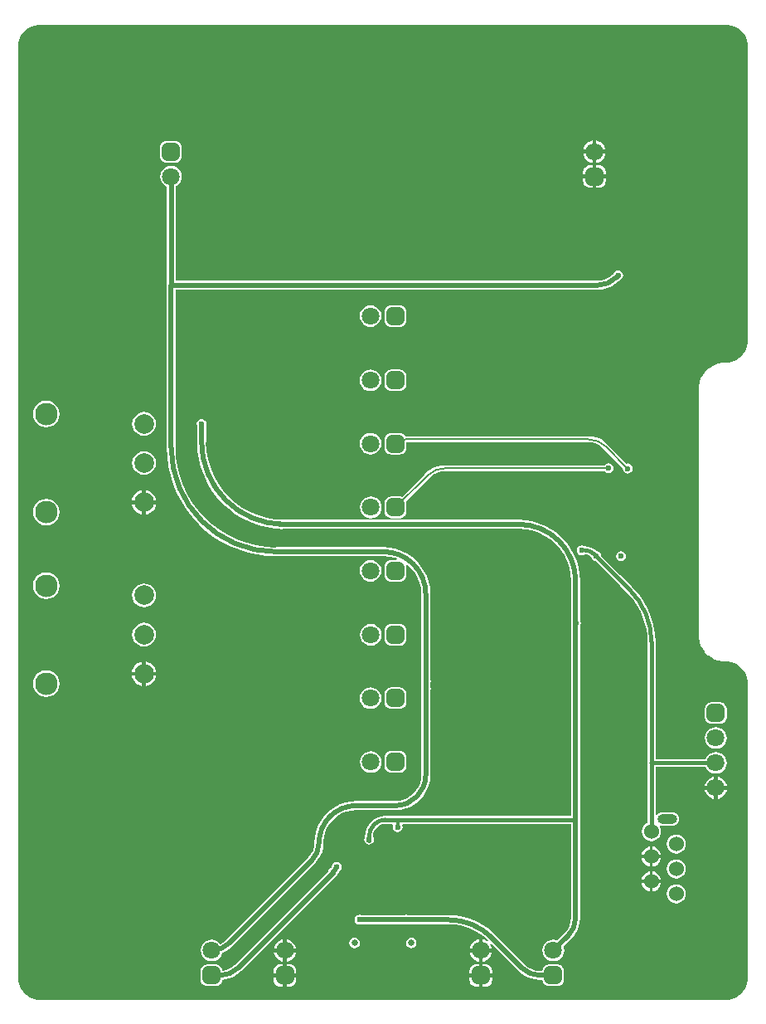
<source format=gbl>
G04*
G04 #@! TF.GenerationSoftware,Altium Limited,Altium Designer,19.1.8 (144)*
G04*
G04 Layer_Physical_Order=2*
G04 Layer_Color=16711680*
%FSLAX25Y25*%
%MOIN*%
G70*
G01*
G75*
%ADD12C,0.00787*%
%ADD13C,0.01181*%
%ADD35C,0.07480*%
%ADD44C,0.01968*%
%ADD45C,0.01575*%
%ADD54C,0.07874*%
%ADD62O,0.07874X0.03937*%
%ADD63C,0.06000*%
%ADD64C,0.07087*%
G04:AMPARAMS|DCode=65|XSize=70.87mil|YSize=70.87mil|CornerRadius=17.72mil|HoleSize=0mil|Usage=FLASHONLY|Rotation=180.000|XOffset=0mil|YOffset=0mil|HoleType=Round|Shape=RoundedRectangle|*
%AMROUNDEDRECTD65*
21,1,0.07087,0.03543,0,0,180.0*
21,1,0.03543,0.07087,0,0,180.0*
1,1,0.03543,-0.01772,0.01772*
1,1,0.03543,0.01772,0.01772*
1,1,0.03543,0.01772,-0.01772*
1,1,0.03543,-0.01772,-0.01772*
%
%ADD65ROUNDEDRECTD65*%
G04:AMPARAMS|DCode=66|XSize=70.87mil|YSize=70.87mil|CornerRadius=17.72mil|HoleSize=0mil|Usage=FLASHONLY|Rotation=270.000|XOffset=0mil|YOffset=0mil|HoleType=Round|Shape=RoundedRectangle|*
%AMROUNDEDRECTD66*
21,1,0.07087,0.03543,0,0,270.0*
21,1,0.03543,0.07087,0,0,270.0*
1,1,0.03543,-0.01772,-0.01772*
1,1,0.03543,-0.01772,0.01772*
1,1,0.03543,0.01772,0.01772*
1,1,0.03543,0.01772,-0.01772*
%
%ADD66ROUNDEDRECTD66*%
%ADD67C,0.02559*%
%ADD68C,0.16535*%
%ADD69C,0.28347*%
%ADD70C,0.09055*%
%ADD71C,0.02362*%
G36*
X140374Y195507D02*
X141982Y194841D01*
X143430Y193874D01*
X144661Y192642D01*
X145628Y191195D01*
X146295Y189586D01*
X146634Y187878D01*
X146634Y187008D01*
X146634Y68898D01*
Y68027D01*
X146295Y66319D01*
X145628Y64711D01*
X144661Y63263D01*
X143430Y62032D01*
X141982Y61065D01*
X140374Y60398D01*
X138666Y60059D01*
X137795Y60058D01*
X137771Y60054D01*
X137746Y60057D01*
X136781Y60010D01*
X136709Y59992D01*
X136635D01*
X134742Y59615D01*
X134651Y59578D01*
X134554Y59558D01*
X132772Y58820D01*
X132689Y58765D01*
X132598Y58727D01*
X130994Y57655D01*
X130924Y57585D01*
X130842Y57530D01*
X129477Y56166D01*
X129422Y56084D01*
X129352Y56014D01*
X128280Y54410D01*
X128243Y54318D01*
X128188Y54236D01*
X127449Y52454D01*
X127430Y52357D01*
X127392Y52265D01*
X127016Y50373D01*
Y50299D01*
X126998Y50226D01*
X126951Y49262D01*
X126954Y49237D01*
X126949Y49213D01*
X126949Y-49213D01*
X126954Y-49237D01*
X126950Y-49262D01*
X126998Y-50226D01*
X127016Y-50299D01*
Y-50373D01*
X127392Y-52266D01*
X127430Y-52357D01*
X127449Y-52454D01*
X128188Y-54236D01*
X128243Y-54318D01*
X128280Y-54410D01*
X129352Y-56014D01*
X129422Y-56084D01*
X129477Y-56166D01*
X130842Y-57530D01*
X130924Y-57586D01*
X130994Y-57655D01*
X132598Y-58727D01*
X132689Y-58765D01*
X132772Y-58820D01*
X134554Y-59558D01*
X134651Y-59578D01*
X134742Y-59615D01*
X136635Y-59992D01*
X136709D01*
X136781Y-60010D01*
X137746Y-60057D01*
X137771Y-60054D01*
X137795Y-60059D01*
X138666D01*
X140374Y-60398D01*
X141982Y-61065D01*
X143430Y-62032D01*
X144661Y-63263D01*
X145628Y-64711D01*
X146295Y-66320D01*
X146634Y-68027D01*
X146634Y-68897D01*
X146634Y-68897D01*
X146634Y-68898D01*
X146634Y-187008D01*
Y-187879D01*
X146295Y-189586D01*
X145628Y-191195D01*
X144661Y-192643D01*
X143430Y-193874D01*
X141982Y-194841D01*
X140374Y-195507D01*
X138666Y-195847D01*
X137795Y-195847D01*
X-137795D01*
X-138666Y-195847D01*
X-140374Y-195507D01*
X-141982Y-194841D01*
X-143430Y-193874D01*
X-144661Y-192643D01*
X-145628Y-191195D01*
X-146295Y-189586D01*
X-146634Y-187879D01*
X-146634Y-187008D01*
X-146634Y187008D01*
Y187878D01*
X-146295Y189586D01*
X-145628Y191195D01*
X-144661Y192642D01*
X-143430Y193874D01*
X-141982Y194841D01*
X-140374Y195507D01*
X-138666Y195847D01*
X138666D01*
X140374Y195507D01*
D02*
G37*
%LPC*%
G36*
X85827Y149227D02*
Y145551D01*
X89502D01*
X89450Y145946D01*
X88994Y147047D01*
X88269Y147993D01*
X87323Y148719D01*
X86221Y149175D01*
X85827Y149227D01*
D02*
G37*
G36*
X84252Y149227D02*
X83857Y149175D01*
X82756Y148719D01*
X81810Y147993D01*
X81085Y147047D01*
X80628Y145946D01*
X80576Y145551D01*
X84252D01*
Y149227D01*
D02*
G37*
G36*
X-83465Y149117D02*
X-87008D01*
X-87676Y149029D01*
X-88298Y148771D01*
X-88833Y148361D01*
X-89243Y147826D01*
X-89501Y147204D01*
X-89589Y146535D01*
Y142992D01*
X-89501Y142324D01*
X-89243Y141702D01*
X-88833Y141167D01*
X-88298Y140757D01*
X-87676Y140499D01*
X-87008Y140411D01*
X-83465D01*
X-82797Y140499D01*
X-82174Y140757D01*
X-81639Y141167D01*
X-81229Y141702D01*
X-80971Y142324D01*
X-80883Y142992D01*
Y146535D01*
X-80971Y147204D01*
X-81229Y147826D01*
X-81639Y148361D01*
X-82174Y148771D01*
X-82797Y149029D01*
X-83465Y149117D01*
D02*
G37*
G36*
X89502Y143976D02*
X85827D01*
Y140301D01*
X86221Y140353D01*
X87323Y140809D01*
X88269Y141535D01*
X88994Y142481D01*
X89450Y143582D01*
X89502Y143976D01*
D02*
G37*
G36*
X84252D02*
X80576D01*
X80628Y143582D01*
X81085Y142481D01*
X81810Y141535D01*
X82756Y140809D01*
X83857Y140353D01*
X84252Y140301D01*
Y143976D01*
D02*
G37*
G36*
X86811Y139315D02*
X85827D01*
Y135551D01*
X89591D01*
Y136535D01*
X89496Y137255D01*
X89218Y137925D01*
X88776Y138501D01*
X88201Y138943D01*
X87530Y139220D01*
X86811Y139315D01*
D02*
G37*
G36*
X84252D02*
X83268D01*
X82548Y139220D01*
X81878Y138943D01*
X81302Y138501D01*
X80861Y137925D01*
X80583Y137255D01*
X80488Y136535D01*
Y135551D01*
X84252D01*
Y139315D01*
D02*
G37*
G36*
X89591Y133976D02*
X85827D01*
Y130212D01*
X86811D01*
X87530Y130307D01*
X88201Y130585D01*
X88776Y131027D01*
X89218Y131602D01*
X89496Y132273D01*
X89591Y132992D01*
Y133976D01*
D02*
G37*
G36*
X84252D02*
X80488D01*
Y132992D01*
X80583Y132273D01*
X80861Y131602D01*
X81302Y131027D01*
X81878Y130585D01*
X82548Y130307D01*
X83268Y130212D01*
X84252D01*
Y133976D01*
D02*
G37*
G36*
X-85236Y139132D02*
X-86367Y138983D01*
X-87420Y138547D01*
X-88325Y137853D01*
X-89019Y136948D01*
X-89455Y135894D01*
X-89604Y134764D01*
X-89455Y133633D01*
X-89019Y132580D01*
X-88325Y131675D01*
X-87420Y130981D01*
X-86846Y130743D01*
Y91982D01*
X-86894Y91910D01*
X-87046Y91142D01*
X-86944Y90627D01*
Y26142D01*
X-86951D01*
X-86784Y22316D01*
X-86284Y18519D01*
X-85455Y14780D01*
X-84304Y11127D01*
X-82838Y7589D01*
X-81070Y4192D01*
X-79012Y962D01*
X-76680Y-2077D01*
X-74093Y-4900D01*
X-71269Y-7488D01*
X-68231Y-9819D01*
X-65001Y-11877D01*
X-61604Y-13645D01*
X-58066Y-15111D01*
X-54413Y-16263D01*
X-50674Y-17092D01*
X-46877Y-17592D01*
X-43051Y-17759D01*
Y-17751D01*
X258D01*
X371Y-17729D01*
X2634Y-17907D01*
X4952Y-18463D01*
X5623Y-18741D01*
X5523Y-19241D01*
X3228D01*
X2560Y-19329D01*
X1938Y-19587D01*
X1403Y-19997D01*
X993Y-20532D01*
X735Y-21154D01*
X647Y-21822D01*
Y-25366D01*
X735Y-26034D01*
X993Y-26656D01*
X1403Y-27191D01*
X1938Y-27601D01*
X2560Y-27859D01*
X3228Y-27947D01*
X6772D01*
X7440Y-27859D01*
X8062Y-27601D01*
X8597Y-27191D01*
X9007Y-26656D01*
X9265Y-26034D01*
X9353Y-25366D01*
Y-21822D01*
X9293Y-21369D01*
X9764Y-21114D01*
X11000Y-22170D01*
X12548Y-23982D01*
X13794Y-26015D01*
X14706Y-28217D01*
X15262Y-30535D01*
X15441Y-32798D01*
X15418Y-32912D01*
Y-67074D01*
X15370Y-67145D01*
X15217Y-67913D01*
X15370Y-68682D01*
X15418Y-68753D01*
Y-70125D01*
X15370Y-70196D01*
X15217Y-70965D01*
X15370Y-71733D01*
X15418Y-71804D01*
Y-105648D01*
X15430Y-105710D01*
X15306Y-107287D01*
X14922Y-108885D01*
X14293Y-110404D01*
X13434Y-111806D01*
X12367Y-113056D01*
X11117Y-114123D01*
X9715Y-114982D01*
X8196Y-115611D01*
X6598Y-115995D01*
X5020Y-116119D01*
X4959Y-116107D01*
X-10737D01*
Y-116106D01*
X-12924Y-116249D01*
X-15074Y-116677D01*
X-17150Y-117382D01*
X-19117Y-118351D01*
X-20939Y-119569D01*
X-22588Y-121015D01*
X-24033Y-122663D01*
X-25251Y-124486D01*
X-26221Y-126452D01*
X-26925Y-128528D01*
X-27353Y-130678D01*
X-27496Y-132866D01*
X-27496D01*
X-27519Y-133356D01*
X-27629Y-134469D01*
X-28097Y-136011D01*
X-28856Y-137431D01*
X-29826Y-138613D01*
X-29895Y-138660D01*
X-63154Y-171919D01*
X-63199Y-171986D01*
X-64370Y-172946D01*
X-65427Y-173512D01*
X-65809Y-173014D01*
X-66714Y-172319D01*
X-67767Y-171883D01*
X-68898Y-171734D01*
X-70028Y-171883D01*
X-71082Y-172319D01*
X-71986Y-173014D01*
X-72680Y-173918D01*
X-73117Y-174972D01*
X-73266Y-176102D01*
X-73117Y-177233D01*
X-72680Y-178286D01*
X-71986Y-179191D01*
X-71082Y-179885D01*
X-70028Y-180322D01*
X-68898Y-180470D01*
X-67767Y-180322D01*
X-66714Y-179885D01*
X-65809Y-179191D01*
X-65115Y-178286D01*
X-64678Y-177233D01*
X-64659Y-177083D01*
X-63568Y-176631D01*
X-61997Y-175668D01*
X-60599Y-174475D01*
X-60600Y-174474D01*
X-60600Y-174473D01*
X-27341Y-141214D01*
X-27339Y-141215D01*
X-26136Y-139806D01*
X-25168Y-138226D01*
X-24459Y-136515D01*
X-24026Y-134713D01*
X-23881Y-132866D01*
X-23881D01*
X-23869Y-132371D01*
X-23746Y-130805D01*
X-23263Y-128796D01*
X-22472Y-126886D01*
X-21392Y-125124D01*
X-20050Y-123552D01*
X-18478Y-122210D01*
X-16716Y-121130D01*
X-14807Y-120339D01*
X-12797Y-119857D01*
X-10828Y-119702D01*
X-10737Y-119720D01*
X4959D01*
Y-119728D01*
X7162Y-119555D01*
X9310Y-119039D01*
X11351Y-118194D01*
X13235Y-117039D01*
X14916Y-115604D01*
X16350Y-113924D01*
X17505Y-112040D01*
X18350Y-109999D01*
X18866Y-107851D01*
X19039Y-105648D01*
X19031D01*
Y-71804D01*
X19079Y-71733D01*
X19231Y-70965D01*
X19079Y-70196D01*
X19031Y-70125D01*
Y-68753D01*
X19079Y-68682D01*
X19231Y-67913D01*
X19079Y-67145D01*
X19031Y-67074D01*
Y-32912D01*
X19036D01*
X18876Y-30461D01*
X18396Y-28052D01*
X17607Y-25726D01*
X16520Y-23523D01*
X15156Y-21480D01*
X13536Y-19633D01*
X11689Y-18014D01*
X9647Y-16649D01*
X7444Y-15563D01*
X5118Y-14773D01*
X2709Y-14294D01*
X258Y-14133D01*
Y-14139D01*
X-43051D01*
X-43185Y-14165D01*
X-47002Y-13978D01*
X-50916Y-13397D01*
X-54753Y-12436D01*
X-58478Y-11103D01*
X-62055Y-9412D01*
X-65448Y-7378D01*
X-68626Y-5021D01*
X-71557Y-2364D01*
X-74214Y567D01*
X-76571Y3745D01*
X-78605Y7138D01*
X-80296Y10714D01*
X-81629Y14439D01*
X-82590Y18277D01*
X-83171Y22190D01*
X-83358Y26008D01*
X-83331Y26142D01*
Y89335D01*
X86507D01*
Y89334D01*
X88355Y89479D01*
X90156Y89912D01*
X91868Y90621D01*
X93448Y91589D01*
X94857Y92792D01*
X94856Y92793D01*
X95270Y93208D01*
X95355Y93225D01*
X96006Y93660D01*
X96441Y94311D01*
X96594Y95079D01*
X96441Y95847D01*
X96006Y96498D01*
X95355Y96933D01*
X94587Y97086D01*
X93818Y96933D01*
X93167Y96498D01*
X92732Y95847D01*
X92716Y95762D01*
X92301Y95348D01*
X92255Y95279D01*
X91073Y94309D01*
X89652Y93549D01*
X88111Y93082D01*
X86589Y92932D01*
X86507Y92948D01*
X-83233D01*
Y130906D01*
X-83052Y130981D01*
X-82148Y131675D01*
X-81453Y132580D01*
X-81017Y133633D01*
X-80868Y134764D01*
X-81017Y135894D01*
X-81453Y136948D01*
X-82148Y137853D01*
X-83052Y138547D01*
X-84106Y138983D01*
X-85236Y139132D01*
D02*
G37*
G36*
X6772Y83093D02*
X3228D01*
X2560Y83005D01*
X1938Y82747D01*
X1403Y82337D01*
X993Y81802D01*
X735Y81180D01*
X647Y80512D01*
Y76968D01*
X735Y76301D01*
X993Y75678D01*
X1403Y75143D01*
X1938Y74733D01*
X2560Y74475D01*
X3228Y74387D01*
X6772D01*
X7440Y74475D01*
X8062Y74733D01*
X8597Y75143D01*
X9007Y75678D01*
X9265Y76301D01*
X9353Y76968D01*
Y80512D01*
X9265Y81180D01*
X9007Y81802D01*
X8597Y82337D01*
X8062Y82747D01*
X7440Y83005D01*
X6772Y83093D01*
D02*
G37*
G36*
X-5000Y83108D02*
X-6131Y82959D01*
X-7184Y82523D01*
X-8089Y81829D01*
X-8783Y80924D01*
X-9219Y79871D01*
X-9368Y78740D01*
X-9219Y77610D01*
X-8783Y76556D01*
X-8089Y75652D01*
X-7184Y74957D01*
X-6131Y74521D01*
X-5000Y74372D01*
X-3870Y74521D01*
X-2816Y74957D01*
X-1911Y75652D01*
X-1217Y76556D01*
X-781Y77610D01*
X-632Y78740D01*
X-781Y79871D01*
X-1217Y80924D01*
X-1911Y81829D01*
X-2816Y82523D01*
X-3870Y82959D01*
X-5000Y83108D01*
D02*
G37*
G36*
X6772Y57277D02*
X3228D01*
X2560Y57189D01*
X1938Y56932D01*
X1403Y56521D01*
X993Y55987D01*
X735Y55364D01*
X647Y54696D01*
Y51153D01*
X735Y50485D01*
X993Y49862D01*
X1403Y49328D01*
X1938Y48918D01*
X2560Y48660D01*
X3228Y48572D01*
X6772D01*
X7440Y48660D01*
X8062Y48918D01*
X8597Y49328D01*
X9007Y49862D01*
X9265Y50485D01*
X9353Y51153D01*
Y54696D01*
X9265Y55364D01*
X9007Y55987D01*
X8597Y56521D01*
X8062Y56932D01*
X7440Y57189D01*
X6772Y57277D01*
D02*
G37*
G36*
X-5000Y57293D02*
X-6131Y57144D01*
X-7184Y56707D01*
X-8089Y56013D01*
X-8783Y55109D01*
X-9219Y54055D01*
X-9368Y52925D01*
X-9219Y51794D01*
X-8783Y50740D01*
X-8089Y49836D01*
X-7184Y49142D01*
X-6131Y48705D01*
X-5000Y48557D01*
X-3870Y48705D01*
X-2816Y49142D01*
X-1911Y49836D01*
X-1217Y50740D01*
X-781Y51794D01*
X-632Y52925D01*
X-781Y54055D01*
X-1217Y55109D01*
X-1911Y56013D01*
X-2816Y56707D01*
X-3870Y57144D01*
X-5000Y57293D01*
D02*
G37*
G36*
X-135433Y44731D02*
X-136821Y44548D01*
X-138113Y44013D01*
X-139224Y43161D01*
X-140076Y42051D01*
X-140611Y40758D01*
X-140794Y39370D01*
X-140611Y37983D01*
X-140076Y36690D01*
X-139224Y35580D01*
X-138113Y34728D01*
X-136821Y34192D01*
X-135433Y34009D01*
X-134046Y34192D01*
X-132753Y34728D01*
X-131642Y35580D01*
X-130790Y36690D01*
X-130255Y37983D01*
X-130072Y39370D01*
X-130255Y40758D01*
X-130790Y42051D01*
X-131642Y43161D01*
X-132753Y44013D01*
X-134046Y44548D01*
X-135433Y44731D01*
D02*
G37*
G36*
X-96063Y40198D02*
X-97296Y40036D01*
X-98446Y39560D01*
X-99432Y38803D01*
X-100190Y37816D01*
X-100666Y36667D01*
X-100828Y35433D01*
X-100666Y34200D01*
X-100190Y33051D01*
X-99432Y32064D01*
X-98446Y31306D01*
X-97296Y30830D01*
X-96063Y30668D01*
X-94830Y30830D01*
X-93680Y31306D01*
X-92694Y32064D01*
X-91936Y33051D01*
X-91460Y34200D01*
X-91298Y35433D01*
X-91460Y36667D01*
X-91936Y37816D01*
X-92694Y38803D01*
X-93680Y39560D01*
X-94830Y40036D01*
X-96063Y40198D01*
D02*
G37*
G36*
X-5000Y31829D02*
X-6131Y31680D01*
X-7184Y31244D01*
X-8089Y30549D01*
X-8783Y29645D01*
X-9219Y28591D01*
X-9368Y27461D01*
X-9219Y26330D01*
X-8783Y25277D01*
X-8089Y24372D01*
X-7184Y23678D01*
X-6131Y23241D01*
X-5000Y23093D01*
X-3870Y23241D01*
X-2816Y23678D01*
X-1911Y24372D01*
X-1217Y25277D01*
X-781Y26330D01*
X-632Y27461D01*
X-781Y28591D01*
X-1217Y29645D01*
X-1911Y30549D01*
X-2816Y31244D01*
X-3870Y31680D01*
X-5000Y31829D01*
D02*
G37*
G36*
X90748Y19625D02*
X89980Y19472D01*
X89329Y19037D01*
X89185Y18822D01*
X25008D01*
Y18834D01*
X23254Y18696D01*
X21542Y18285D01*
X19916Y17611D01*
X18416Y16692D01*
X17077Y15549D01*
X17077Y15549D01*
X16732Y15187D01*
X7644Y6099D01*
X7558Y6135D01*
X6890Y6223D01*
X3347D01*
X2678Y6135D01*
X2056Y5877D01*
X1521Y5467D01*
X1111Y4932D01*
X853Y4310D01*
X765Y3642D01*
Y99D01*
X853Y-570D01*
X1111Y-1192D01*
X1521Y-1727D01*
X2056Y-2137D01*
X2678Y-2395D01*
X3347Y-2483D01*
X6890D01*
X7558Y-2395D01*
X8180Y-2137D01*
X8715Y-1727D01*
X9125Y-1192D01*
X9383Y-570D01*
X9471Y99D01*
Y3642D01*
X9383Y4310D01*
X9347Y4396D01*
X18789Y13838D01*
X18789Y13838D01*
X19156Y14159D01*
X20113Y14944D01*
X21636Y15759D01*
X23289Y16260D01*
X24956Y16424D01*
X25008Y16414D01*
X89185D01*
X89329Y16199D01*
X89980Y15764D01*
X90748Y15611D01*
X91516Y15764D01*
X92167Y16199D01*
X92602Y16850D01*
X92755Y17618D01*
X92602Y18386D01*
X92167Y19037D01*
X91516Y19472D01*
X90748Y19625D01*
D02*
G37*
G36*
X6772Y31813D02*
X3228D01*
X2560Y31725D01*
X1938Y31468D01*
X1403Y31057D01*
X993Y30523D01*
X735Y29900D01*
X647Y29232D01*
Y25689D01*
X735Y25021D01*
X993Y24398D01*
X1403Y23864D01*
X1938Y23454D01*
X2560Y23196D01*
X3228Y23108D01*
X6772D01*
X7440Y23196D01*
X8062Y23454D01*
X8597Y23864D01*
X9007Y24398D01*
X9265Y25021D01*
X9353Y25689D01*
Y28028D01*
X82570D01*
X82623Y28038D01*
X84289Y27874D01*
X85942Y27373D01*
X87466Y26559D01*
X88760Y25496D01*
X88790Y25452D01*
X96469Y17773D01*
X96418Y17520D01*
X96571Y16752D01*
X97006Y16101D01*
X97657Y15665D01*
X98425Y15513D01*
X99193Y15665D01*
X99844Y16101D01*
X100279Y16752D01*
X100432Y17520D01*
X100279Y18288D01*
X99844Y18939D01*
X99193Y19374D01*
X98425Y19527D01*
X98172Y19476D01*
X90493Y27155D01*
X90501Y27163D01*
X89163Y28306D01*
X87662Y29226D01*
X86036Y29899D01*
X84325Y30310D01*
X82570Y30448D01*
Y30437D01*
X9277D01*
Y30448D01*
X9047Y30426D01*
X9007Y30523D01*
X8597Y31057D01*
X8062Y31468D01*
X7440Y31725D01*
X6772Y31813D01*
D02*
G37*
G36*
X-96063Y24450D02*
X-97296Y24288D01*
X-98446Y23812D01*
X-99432Y23055D01*
X-100190Y22068D01*
X-100666Y20919D01*
X-100828Y19685D01*
X-100666Y18452D01*
X-100190Y17303D01*
X-99432Y16316D01*
X-98446Y15558D01*
X-97296Y15082D01*
X-96063Y14920D01*
X-94830Y15082D01*
X-93680Y15558D01*
X-92694Y16316D01*
X-91936Y17303D01*
X-91460Y18452D01*
X-91298Y19685D01*
X-91460Y20919D01*
X-91936Y22068D01*
X-92694Y23055D01*
X-93680Y23812D01*
X-94830Y24288D01*
X-96063Y24450D01*
D02*
G37*
G36*
X-95275Y8797D02*
Y4725D01*
X-91203D01*
X-91268Y5222D01*
X-91764Y6419D01*
X-92553Y7447D01*
X-93581Y8236D01*
X-94778Y8732D01*
X-95275Y8797D01*
D02*
G37*
G36*
X-96850Y8797D02*
X-97348Y8732D01*
X-98545Y8236D01*
X-99573Y7447D01*
X-100362Y6419D01*
X-100858Y5222D01*
X-100923Y4725D01*
X-96850D01*
Y8797D01*
D02*
G37*
G36*
X-91203Y3150D02*
X-95275D01*
Y-923D01*
X-94778Y-857D01*
X-93581Y-362D01*
X-92553Y427D01*
X-91764Y1455D01*
X-91268Y2653D01*
X-91203Y3150D01*
D02*
G37*
G36*
X-96850D02*
X-100923D01*
X-100858Y2653D01*
X-100362Y1455D01*
X-99573Y427D01*
X-98545Y-362D01*
X-97348Y-857D01*
X-96850Y-923D01*
Y3150D01*
D02*
G37*
G36*
X-4882Y6238D02*
X-6012Y6089D01*
X-7066Y5653D01*
X-7971Y4959D01*
X-8665Y4054D01*
X-9101Y3001D01*
X-9250Y1870D01*
X-9101Y740D01*
X-8665Y-314D01*
X-7971Y-1218D01*
X-7066Y-1913D01*
X-6012Y-2349D01*
X-4882Y-2498D01*
X-3751Y-2349D01*
X-2698Y-1913D01*
X-1793Y-1218D01*
X-1099Y-314D01*
X-663Y740D01*
X-514Y1870D01*
X-663Y3001D01*
X-1099Y4054D01*
X-1793Y4959D01*
X-2698Y5653D01*
X-3751Y6089D01*
X-4882Y6238D01*
D02*
G37*
G36*
X-135433Y5361D02*
X-136821Y5178D01*
X-138113Y4643D01*
X-139224Y3791D01*
X-140076Y2681D01*
X-140611Y1388D01*
X-140794Y0D01*
X-140611Y-1387D01*
X-140076Y-2680D01*
X-139224Y-3791D01*
X-138113Y-4642D01*
X-136821Y-5178D01*
X-135433Y-5361D01*
X-134046Y-5178D01*
X-132753Y-4642D01*
X-131642Y-3791D01*
X-130790Y-2680D01*
X-130255Y-1387D01*
X-130072Y0D01*
X-130255Y1388D01*
X-130790Y2681D01*
X-131642Y3791D01*
X-132753Y4643D01*
X-134046Y5178D01*
X-135433Y5361D01*
D02*
G37*
G36*
X95768Y-15710D02*
X95000Y-15862D01*
X94349Y-16297D01*
X93913Y-16949D01*
X93761Y-17717D01*
X93913Y-18485D01*
X94349Y-19136D01*
X95000Y-19571D01*
X95768Y-19724D01*
X96536Y-19571D01*
X97187Y-19136D01*
X97622Y-18485D01*
X97775Y-17717D01*
X97622Y-16949D01*
X97187Y-16297D01*
X96536Y-15862D01*
X95768Y-15710D01*
D02*
G37*
G36*
X-5000Y-19226D02*
X-6131Y-19375D01*
X-7184Y-19811D01*
X-8089Y-20505D01*
X-8783Y-21410D01*
X-9219Y-22463D01*
X-9368Y-23594D01*
X-9219Y-24724D01*
X-8783Y-25778D01*
X-8089Y-26683D01*
X-7184Y-27377D01*
X-6131Y-27813D01*
X-5000Y-27962D01*
X-3869Y-27813D01*
X-2816Y-27377D01*
X-1911Y-26683D01*
X-1217Y-25778D01*
X-781Y-24724D01*
X-632Y-23594D01*
X-781Y-22463D01*
X-1217Y-21410D01*
X-1911Y-20505D01*
X-2816Y-19811D01*
X-3869Y-19375D01*
X-5000Y-19226D01*
D02*
G37*
G36*
X-135433Y-24167D02*
X-136821Y-24349D01*
X-138113Y-24885D01*
X-139224Y-25737D01*
X-140076Y-26847D01*
X-140611Y-28140D01*
X-140794Y-29527D01*
X-140611Y-30915D01*
X-140076Y-32208D01*
X-139224Y-33318D01*
X-138113Y-34170D01*
X-136821Y-34705D01*
X-135433Y-34888D01*
X-134046Y-34705D01*
X-132753Y-34170D01*
X-131642Y-33318D01*
X-130790Y-32208D01*
X-130255Y-30915D01*
X-130072Y-29527D01*
X-130255Y-28140D01*
X-130790Y-26847D01*
X-131642Y-25737D01*
X-132753Y-24885D01*
X-134046Y-24349D01*
X-135433Y-24167D01*
D02*
G37*
G36*
X-96063Y-28699D02*
X-97296Y-28862D01*
X-98446Y-29338D01*
X-99432Y-30095D01*
X-100190Y-31082D01*
X-100666Y-32231D01*
X-100828Y-33464D01*
X-100666Y-34698D01*
X-100190Y-35847D01*
X-99432Y-36834D01*
X-98446Y-37591D01*
X-97296Y-38067D01*
X-96063Y-38230D01*
X-94830Y-38067D01*
X-93680Y-37591D01*
X-92694Y-36834D01*
X-91936Y-35847D01*
X-91460Y-34698D01*
X-91298Y-33464D01*
X-91460Y-32231D01*
X-91936Y-31082D01*
X-92694Y-30095D01*
X-93680Y-29338D01*
X-94830Y-28862D01*
X-96063Y-28699D01*
D02*
G37*
G36*
X6870Y-44972D02*
X3327D01*
X2659Y-45060D01*
X2036Y-45318D01*
X1502Y-45728D01*
X1091Y-46263D01*
X834Y-46885D01*
X746Y-47554D01*
Y-51097D01*
X834Y-51765D01*
X1091Y-52387D01*
X1502Y-52922D01*
X2036Y-53332D01*
X2659Y-53590D01*
X3327Y-53678D01*
X6870D01*
X7538Y-53590D01*
X8161Y-53332D01*
X8695Y-52922D01*
X9105Y-52387D01*
X9363Y-51765D01*
X9451Y-51097D01*
Y-47554D01*
X9363Y-46885D01*
X9105Y-46263D01*
X8695Y-45728D01*
X8161Y-45318D01*
X7538Y-45060D01*
X6870Y-44972D01*
D02*
G37*
G36*
X-4902Y-44957D02*
X-6032Y-45106D01*
X-7086Y-45542D01*
X-7990Y-46236D01*
X-8684Y-47141D01*
X-9121Y-48195D01*
X-9270Y-49325D01*
X-9121Y-50456D01*
X-8684Y-51509D01*
X-7990Y-52414D01*
X-7086Y-53108D01*
X-6032Y-53544D01*
X-4902Y-53693D01*
X-3771Y-53544D01*
X-2718Y-53108D01*
X-1813Y-52414D01*
X-1119Y-51509D01*
X-682Y-50456D01*
X-533Y-49325D01*
X-682Y-48195D01*
X-1119Y-47141D01*
X-1813Y-46236D01*
X-2718Y-45542D01*
X-3771Y-45106D01*
X-4902Y-44957D01*
D02*
G37*
G36*
X-96063Y-44447D02*
X-97296Y-44610D01*
X-98446Y-45086D01*
X-99432Y-45843D01*
X-100190Y-46830D01*
X-100666Y-47979D01*
X-100828Y-49212D01*
X-100666Y-50446D01*
X-100190Y-51595D01*
X-99432Y-52582D01*
X-98446Y-53339D01*
X-97296Y-53815D01*
X-96063Y-53978D01*
X-94830Y-53815D01*
X-93680Y-53339D01*
X-92694Y-52582D01*
X-91936Y-51595D01*
X-91460Y-50446D01*
X-91298Y-49212D01*
X-91460Y-47979D01*
X-91936Y-46830D01*
X-92694Y-45843D01*
X-93680Y-45086D01*
X-94830Y-44610D01*
X-96063Y-44447D01*
D02*
G37*
G36*
X-95275Y-60100D02*
Y-64173D01*
X-91203D01*
X-91268Y-63676D01*
X-91764Y-62479D01*
X-92553Y-61451D01*
X-93581Y-60662D01*
X-94778Y-60166D01*
X-95275Y-60100D01*
D02*
G37*
G36*
X-96850Y-60100D02*
X-97348Y-60166D01*
X-98545Y-60662D01*
X-99573Y-61451D01*
X-100362Y-62479D01*
X-100858Y-63676D01*
X-100923Y-64173D01*
X-96850D01*
Y-60100D01*
D02*
G37*
G36*
X-91203Y-65748D02*
X-95275D01*
Y-69820D01*
X-94778Y-69755D01*
X-93581Y-69259D01*
X-92553Y-68470D01*
X-91764Y-67442D01*
X-91268Y-66245D01*
X-91203Y-65748D01*
D02*
G37*
G36*
X-96850D02*
X-100923D01*
X-100858Y-66245D01*
X-100362Y-67442D01*
X-99573Y-68470D01*
X-98545Y-69259D01*
X-97348Y-69755D01*
X-96850Y-69821D01*
Y-65748D01*
D02*
G37*
G36*
X-135433Y-63537D02*
X-136821Y-63719D01*
X-138113Y-64255D01*
X-139224Y-65107D01*
X-140076Y-66217D01*
X-140611Y-67510D01*
X-140794Y-68897D01*
X-140611Y-70285D01*
X-140076Y-71578D01*
X-139224Y-72688D01*
X-138113Y-73540D01*
X-136821Y-74076D01*
X-135433Y-74258D01*
X-134046Y-74076D01*
X-132753Y-73540D01*
X-131642Y-72688D01*
X-130790Y-71578D01*
X-130255Y-70285D01*
X-130072Y-68897D01*
X-130255Y-67510D01*
X-130790Y-66217D01*
X-131642Y-65107D01*
X-132753Y-64255D01*
X-134046Y-63719D01*
X-135433Y-63537D01*
D02*
G37*
G36*
X6772Y-70408D02*
X3228D01*
X2560Y-70496D01*
X1938Y-70754D01*
X1403Y-71164D01*
X993Y-71699D01*
X735Y-72321D01*
X647Y-72989D01*
Y-76533D01*
X735Y-77201D01*
X993Y-77823D01*
X1403Y-78358D01*
X1938Y-78768D01*
X2560Y-79026D01*
X3228Y-79114D01*
X6772D01*
X7440Y-79026D01*
X8062Y-78768D01*
X8597Y-78358D01*
X9007Y-77823D01*
X9265Y-77201D01*
X9353Y-76533D01*
Y-72989D01*
X9265Y-72321D01*
X9007Y-71699D01*
X8597Y-71164D01*
X8062Y-70754D01*
X7440Y-70496D01*
X6772Y-70408D01*
D02*
G37*
G36*
X-5000Y-70393D02*
X-6131Y-70542D01*
X-7184Y-70978D01*
X-8089Y-71672D01*
X-8783Y-72577D01*
X-9219Y-73630D01*
X-9368Y-74761D01*
X-9219Y-75892D01*
X-8783Y-76945D01*
X-8089Y-77850D01*
X-7184Y-78544D01*
X-6131Y-78980D01*
X-5000Y-79129D01*
X-3869Y-78980D01*
X-2816Y-78544D01*
X-1911Y-77850D01*
X-1217Y-76945D01*
X-781Y-75892D01*
X-632Y-74761D01*
X-781Y-73630D01*
X-1217Y-72577D01*
X-1911Y-71672D01*
X-2816Y-70978D01*
X-3869Y-70542D01*
X-5000Y-70393D01*
D02*
G37*
G36*
X135630Y-76415D02*
X132087D01*
X131419Y-76503D01*
X130796Y-76761D01*
X130262Y-77171D01*
X129851Y-77706D01*
X129593Y-78328D01*
X129506Y-78996D01*
Y-82539D01*
X129593Y-83208D01*
X129851Y-83830D01*
X130262Y-84365D01*
X130796Y-84775D01*
X131419Y-85033D01*
X132087Y-85121D01*
X135630D01*
X136298Y-85033D01*
X136920Y-84775D01*
X137455Y-84365D01*
X137865Y-83830D01*
X138123Y-83208D01*
X138211Y-82539D01*
Y-78996D01*
X138123Y-78328D01*
X137865Y-77706D01*
X137455Y-77171D01*
X136920Y-76761D01*
X136298Y-76503D01*
X135630Y-76415D01*
D02*
G37*
G36*
X133858Y-86400D02*
X132728Y-86549D01*
X131674Y-86985D01*
X130770Y-87679D01*
X130075Y-88584D01*
X129639Y-89637D01*
X129490Y-90768D01*
X129639Y-91898D01*
X130075Y-92952D01*
X130770Y-93857D01*
X131674Y-94551D01*
X132728Y-94987D01*
X133858Y-95136D01*
X134989Y-94987D01*
X136042Y-94551D01*
X136947Y-93857D01*
X137641Y-92952D01*
X138077Y-91898D01*
X138226Y-90768D01*
X138077Y-89637D01*
X137641Y-88584D01*
X136947Y-87679D01*
X136042Y-86985D01*
X134989Y-86549D01*
X133858Y-86400D01*
D02*
G37*
G36*
X6870Y-96041D02*
X3327D01*
X2659Y-96129D01*
X2036Y-96387D01*
X1502Y-96797D01*
X1091Y-97331D01*
X834Y-97954D01*
X746Y-98622D01*
Y-102165D01*
X834Y-102833D01*
X1091Y-103456D01*
X1502Y-103990D01*
X2036Y-104401D01*
X2659Y-104658D01*
X3327Y-104746D01*
X6870D01*
X7538Y-104658D01*
X8161Y-104401D01*
X8695Y-103990D01*
X9105Y-103456D01*
X9363Y-102833D01*
X9451Y-102165D01*
Y-98622D01*
X9363Y-97954D01*
X9105Y-97331D01*
X8695Y-96797D01*
X8161Y-96387D01*
X7538Y-96129D01*
X6870Y-96041D01*
D02*
G37*
G36*
X-4902Y-96026D02*
X-6032Y-96174D01*
X-7086Y-96611D01*
X-7990Y-97305D01*
X-8684Y-98210D01*
X-9121Y-99263D01*
X-9270Y-100394D01*
X-9121Y-101524D01*
X-8684Y-102578D01*
X-7990Y-103482D01*
X-7086Y-104176D01*
X-6032Y-104613D01*
X-4902Y-104762D01*
X-3771Y-104613D01*
X-2717Y-104176D01*
X-1813Y-103482D01*
X-1119Y-102578D01*
X-682Y-101524D01*
X-533Y-100394D01*
X-682Y-99263D01*
X-1119Y-98210D01*
X-1813Y-97305D01*
X-2717Y-96611D01*
X-3771Y-96174D01*
X-4902Y-96026D01*
D02*
G37*
G36*
X79921Y-13347D02*
X79153Y-13500D01*
X78502Y-13935D01*
X78067Y-14586D01*
X77914Y-15354D01*
X78067Y-16122D01*
X78502Y-16773D01*
X79153Y-17209D01*
X79921Y-17361D01*
X80689Y-17209D01*
X80715Y-17191D01*
X81119Y-16960D01*
X81585Y-17008D01*
X82111Y-17077D01*
X83035Y-17460D01*
X83796Y-18044D01*
X83820Y-18079D01*
X83910Y-18169D01*
X83973Y-18485D01*
X84408Y-19136D01*
X85059Y-19571D01*
X85375Y-19634D01*
X93205Y-27464D01*
X93205Y-27464D01*
X95269Y-29528D01*
X95269Y-29528D01*
X98198Y-32457D01*
X98198Y-32457D01*
Y-32457D01*
X98548Y-32812D01*
X100301Y-34773D01*
X102113Y-37326D01*
X103627Y-40066D01*
X104824Y-42958D01*
X105691Y-45965D01*
X106215Y-49051D01*
X106363Y-51678D01*
X106366Y-52177D01*
X106366D01*
X106366Y-52177D01*
Y-100886D01*
Y-124879D01*
X105983Y-125038D01*
X105192Y-125645D01*
X104585Y-126436D01*
X104203Y-127357D01*
X104073Y-128346D01*
X104203Y-129335D01*
X104585Y-130256D01*
X105192Y-131047D01*
X105983Y-131654D01*
X106905Y-132036D01*
X107894Y-132166D01*
X108882Y-132036D01*
X109803Y-131654D01*
X110595Y-131047D01*
X111202Y-130256D01*
X111583Y-129335D01*
X111714Y-128346D01*
X111583Y-127357D01*
X111202Y-126436D01*
X111120Y-126330D01*
X111435Y-125919D01*
X111706Y-126031D01*
X112425Y-126126D01*
X116362D01*
X117081Y-126031D01*
X117752Y-125753D01*
X118327Y-125311D01*
X118769Y-124736D01*
X119047Y-124065D01*
X119142Y-123346D01*
X119047Y-122626D01*
X118769Y-121956D01*
X118327Y-121380D01*
X117752Y-120939D01*
X117081Y-120661D01*
X116362Y-120566D01*
X112425D01*
X111706Y-120661D01*
X111035Y-120939D01*
X110459Y-121380D01*
X110078Y-121878D01*
X109777Y-121840D01*
X109578Y-121743D01*
Y-102374D01*
X129836D01*
X130075Y-102952D01*
X130770Y-103857D01*
X131674Y-104551D01*
X132728Y-104987D01*
X133858Y-105136D01*
X134989Y-104987D01*
X136042Y-104551D01*
X136947Y-103857D01*
X137641Y-102952D01*
X138077Y-101898D01*
X138226Y-100768D01*
X138077Y-99637D01*
X137641Y-98584D01*
X136947Y-97679D01*
X136042Y-96985D01*
X134989Y-96549D01*
X133858Y-96400D01*
X132728Y-96549D01*
X131674Y-96985D01*
X130770Y-97679D01*
X130075Y-98584D01*
X129836Y-99162D01*
X109578D01*
Y-52177D01*
X109596D01*
X109400Y-48693D01*
X108815Y-45252D01*
X107849Y-41899D01*
X106514Y-38675D01*
X104826Y-35621D01*
X102807Y-32775D01*
X100482Y-30174D01*
X100482Y-30174D01*
X100115Y-29833D01*
X97540Y-27257D01*
X97540Y-27257D01*
X97540Y-27257D01*
X95476Y-25193D01*
X95476Y-25193D01*
X95476Y-25193D01*
X87793Y-17510D01*
X87681Y-16949D01*
X87246Y-16297D01*
X86595Y-15862D01*
X86023Y-15748D01*
X85027Y-14931D01*
X83811Y-14281D01*
X82491Y-13881D01*
X81119Y-13746D01*
Y-13746D01*
X80714Y-13517D01*
X80689Y-13500D01*
X79921Y-13347D01*
D02*
G37*
G36*
X134646Y-106305D02*
Y-109981D01*
X138321D01*
X138269Y-109586D01*
X137813Y-108484D01*
X137087Y-107539D01*
X136142Y-106813D01*
X135040Y-106357D01*
X134646Y-106305D01*
D02*
G37*
G36*
X133071Y-106305D02*
X132676Y-106357D01*
X131575Y-106813D01*
X130629Y-107539D01*
X129903Y-108484D01*
X129447Y-109586D01*
X129395Y-109981D01*
X133071D01*
Y-106305D01*
D02*
G37*
G36*
X138321Y-111555D02*
X134646D01*
Y-115231D01*
X135040Y-115179D01*
X136142Y-114723D01*
X137087Y-113997D01*
X137813Y-113051D01*
X138269Y-111950D01*
X138321Y-111555D01*
D02*
G37*
G36*
X133071D02*
X129395D01*
X129447Y-111950D01*
X129903Y-113051D01*
X130629Y-113997D01*
X131575Y-114723D01*
X132676Y-115179D01*
X133071Y-115231D01*
Y-111555D01*
D02*
G37*
G36*
X-72933Y37440D02*
X-73701Y37287D01*
X-74352Y36852D01*
X-74787Y36201D01*
X-74940Y35433D01*
X-74787Y34665D01*
X-74739Y34593D01*
Y28246D01*
X-74739Y28246D01*
X-74747D01*
X-74578Y24817D01*
X-74074Y21422D01*
X-73240Y18092D01*
X-72084Y14859D01*
X-70616Y11756D01*
X-68851Y8812D01*
X-66806Y6054D01*
X-64501Y3511D01*
X-61957Y1205D01*
X-59200Y-840D01*
X-56255Y-2605D01*
X-53152Y-4072D01*
X-49920Y-5229D01*
X-46590Y-6063D01*
X-43194Y-6567D01*
X-41827Y-6634D01*
X-41614Y-6775D01*
X-40846Y-6928D01*
X-40078Y-6775D01*
X-40001Y-6724D01*
X-39765Y-6735D01*
Y-6728D01*
X54693Y-6728D01*
X54805Y-6705D01*
X57433Y-6877D01*
X60126Y-7413D01*
X62726Y-8296D01*
X65188Y-9510D01*
X67471Y-11036D01*
X69536Y-12846D01*
X71346Y-14910D01*
X72872Y-17193D01*
X74086Y-19656D01*
X74968Y-22256D01*
X75504Y-24949D01*
X75676Y-27577D01*
X75654Y-27689D01*
Y-44271D01*
X75552Y-44783D01*
X75654Y-45296D01*
Y-122016D01*
X832D01*
Y-122010D01*
X-662Y-122158D01*
X-2099Y-122593D01*
X-3424Y-123301D01*
X-4580Y-124251D01*
X-4584Y-124254D01*
X-4589Y-124249D01*
X-5710Y-125615D01*
X-6542Y-127173D01*
X-7055Y-128863D01*
X-7211Y-130447D01*
X-7464Y-130826D01*
X-7617Y-131594D01*
X-7464Y-132362D01*
X-7029Y-133014D01*
X-6378Y-133449D01*
X-5610Y-133601D01*
X-4842Y-133449D01*
X-4191Y-133014D01*
X-3756Y-132362D01*
X-3603Y-131594D01*
X-3756Y-130826D01*
X-4012Y-130443D01*
X-3837Y-129115D01*
X-3256Y-127712D01*
X-2388Y-126581D01*
X-2310Y-126529D01*
X-2308Y-126527D01*
X-2307Y-126526D01*
X-2275Y-126479D01*
X-1399Y-125806D01*
X-323Y-125361D01*
X774Y-125216D01*
X832Y-125228D01*
X3793D01*
X4056Y-125639D01*
X4047Y-125728D01*
X3898Y-126476D01*
X4051Y-127244D01*
X4486Y-127895D01*
X5138Y-128331D01*
X5906Y-128483D01*
X6674Y-128331D01*
X7325Y-127895D01*
X7760Y-127244D01*
X7913Y-126476D01*
X7764Y-125728D01*
X7755Y-125639D01*
X8019Y-125228D01*
X75654D01*
Y-163004D01*
X75670Y-163085D01*
X75520Y-164607D01*
X75053Y-166149D01*
X74293Y-167569D01*
X73323Y-168751D01*
X73254Y-168798D01*
X70012Y-172040D01*
X69634Y-171883D01*
X68504Y-171734D01*
X67373Y-171883D01*
X66320Y-172319D01*
X65415Y-173014D01*
X64721Y-173918D01*
X64285Y-174972D01*
X64136Y-176102D01*
X64285Y-177233D01*
X64721Y-178286D01*
X65415Y-179191D01*
X66320Y-179885D01*
X67373Y-180322D01*
X68504Y-180470D01*
X69634Y-180322D01*
X70688Y-179885D01*
X71593Y-179191D01*
X72287Y-178286D01*
X72723Y-177233D01*
X72872Y-176102D01*
X72723Y-174972D01*
X72567Y-174594D01*
X75809Y-171352D01*
X75810Y-171353D01*
X77013Y-169944D01*
X77981Y-168365D01*
X78690Y-166653D01*
X79123Y-164851D01*
X79268Y-163004D01*
X79267D01*
Y-45771D01*
X79413Y-45551D01*
X79566Y-44783D01*
X79413Y-44015D01*
X79267Y-43796D01*
Y-27689D01*
X79267Y-27689D01*
X79271D01*
X79116Y-24937D01*
X78654Y-22220D01*
X77891Y-19571D01*
X76837Y-17025D01*
X75503Y-14613D01*
X73909Y-12365D01*
X72072Y-10310D01*
X70017Y-8473D01*
X67769Y-6878D01*
X65357Y-5545D01*
X62810Y-4490D01*
X60162Y-3727D01*
X57445Y-3266D01*
X54693Y-3111D01*
Y-3115D01*
X-39765Y-3115D01*
X-39765Y-3115D01*
X-40233Y-3036D01*
X-40846Y-2914D01*
X-41529Y-3050D01*
X-43281Y-2952D01*
X-46751Y-2362D01*
X-50134Y-1387D01*
X-53387Y-40D01*
X-56469Y1663D01*
X-59340Y3700D01*
X-61965Y6046D01*
X-64311Y8672D01*
X-66348Y11543D01*
X-68051Y14624D01*
X-69399Y17877D01*
X-70373Y21260D01*
X-70963Y24731D01*
X-71153Y28112D01*
X-71126Y28246D01*
Y34593D01*
X-71078Y34665D01*
X-70926Y35433D01*
X-71078Y36201D01*
X-71513Y36852D01*
X-72165Y37287D01*
X-72933Y37440D01*
D02*
G37*
G36*
X117894Y-129526D02*
X116905Y-129656D01*
X115983Y-130038D01*
X115192Y-130645D01*
X114585Y-131436D01*
X114204Y-132357D01*
X114073Y-133346D01*
X114204Y-134335D01*
X114585Y-135256D01*
X115192Y-136047D01*
X115983Y-136654D01*
X116905Y-137036D01*
X117894Y-137166D01*
X118882Y-137036D01*
X119804Y-136654D01*
X120595Y-136047D01*
X121202Y-135256D01*
X121583Y-134335D01*
X121713Y-133346D01*
X121583Y-132357D01*
X121202Y-131436D01*
X120595Y-130645D01*
X119804Y-130038D01*
X118882Y-129656D01*
X117894Y-129526D01*
D02*
G37*
G36*
X108484Y-134405D02*
Y-137755D01*
X111834D01*
X111775Y-137306D01*
X111374Y-136337D01*
X110735Y-135504D01*
X109903Y-134866D01*
X108934Y-134464D01*
X108484Y-134405D01*
D02*
G37*
G36*
X107303Y-134405D02*
X106853Y-134464D01*
X105884Y-134866D01*
X105052Y-135504D01*
X104413Y-136337D01*
X104012Y-137306D01*
X103953Y-137755D01*
X107303D01*
Y-134405D01*
D02*
G37*
G36*
X111834Y-138936D02*
X108484D01*
Y-142287D01*
X108934Y-142227D01*
X109903Y-141826D01*
X110735Y-141187D01*
X111374Y-140355D01*
X111775Y-139386D01*
X111834Y-138936D01*
D02*
G37*
G36*
X107303D02*
X103953D01*
X104012Y-139386D01*
X104413Y-140355D01*
X105052Y-141187D01*
X105884Y-141826D01*
X106853Y-142227D01*
X107303Y-142287D01*
Y-138936D01*
D02*
G37*
G36*
X117894Y-139526D02*
X116905Y-139656D01*
X115983Y-140038D01*
X115192Y-140645D01*
X114585Y-141436D01*
X114204Y-142357D01*
X114073Y-143346D01*
X114204Y-144335D01*
X114585Y-145256D01*
X115192Y-146047D01*
X115983Y-146654D01*
X116905Y-147036D01*
X117894Y-147166D01*
X118882Y-147036D01*
X119804Y-146654D01*
X120595Y-146047D01*
X121202Y-145256D01*
X121583Y-144335D01*
X121713Y-143346D01*
X121583Y-142357D01*
X121202Y-141436D01*
X120595Y-140645D01*
X119804Y-140038D01*
X118882Y-139656D01*
X117894Y-139526D01*
D02*
G37*
G36*
X108484Y-144405D02*
Y-147755D01*
X111834D01*
X111775Y-147306D01*
X111374Y-146336D01*
X110735Y-145504D01*
X109903Y-144866D01*
X108934Y-144464D01*
X108484Y-144405D01*
D02*
G37*
G36*
X107303Y-144405D02*
X106853Y-144464D01*
X105884Y-144866D01*
X105052Y-145504D01*
X104413Y-146336D01*
X104012Y-147306D01*
X103953Y-147755D01*
X107303D01*
Y-144405D01*
D02*
G37*
G36*
X111834Y-148936D02*
X108484D01*
Y-152287D01*
X108934Y-152227D01*
X109903Y-151826D01*
X110735Y-151187D01*
X111374Y-150355D01*
X111775Y-149386D01*
X111834Y-148936D01*
D02*
G37*
G36*
X107303D02*
X103953D01*
X104012Y-149386D01*
X104413Y-150355D01*
X105052Y-151187D01*
X105884Y-151826D01*
X106853Y-152227D01*
X107303Y-152287D01*
Y-148936D01*
D02*
G37*
G36*
X117894Y-149526D02*
X116905Y-149656D01*
X115983Y-150038D01*
X115192Y-150645D01*
X114585Y-151436D01*
X114204Y-152357D01*
X114073Y-153346D01*
X114204Y-154335D01*
X114585Y-155256D01*
X115192Y-156047D01*
X115983Y-156654D01*
X116905Y-157036D01*
X117894Y-157166D01*
X118882Y-157036D01*
X119804Y-156654D01*
X120595Y-156047D01*
X121202Y-155256D01*
X121583Y-154335D01*
X121713Y-153346D01*
X121583Y-152357D01*
X121202Y-151436D01*
X120595Y-150645D01*
X119804Y-150038D01*
X118882Y-149656D01*
X117894Y-149526D01*
D02*
G37*
G36*
X9449Y-161772D02*
X8681Y-161925D01*
X8609Y-161973D01*
X-8609D01*
X-8681Y-161925D01*
X-9449Y-161772D01*
X-10217Y-161925D01*
X-10868Y-162360D01*
X-11303Y-163011D01*
X-11456Y-163779D01*
X-11303Y-164548D01*
X-10868Y-165199D01*
X-10217Y-165634D01*
X-9449Y-165787D01*
X-8681Y-165634D01*
X-8609Y-165586D01*
X8609D01*
X8681Y-165634D01*
X9449Y-165787D01*
X10217Y-165634D01*
X10289Y-165586D01*
X26382D01*
X26382Y-165586D01*
Y-165586D01*
X26882Y-165585D01*
X29375Y-165748D01*
X32317Y-166333D01*
X35157Y-167297D01*
X37847Y-168624D01*
X40341Y-170290D01*
X42345Y-172048D01*
X42027Y-172434D01*
X41653Y-172148D01*
X40552Y-171691D01*
X40158Y-171639D01*
Y-175315D01*
X43833D01*
X43781Y-174920D01*
X43325Y-173819D01*
X43104Y-173531D01*
X43481Y-173201D01*
X54731Y-184451D01*
X54730Y-184452D01*
X56138Y-185655D01*
X57718Y-186623D01*
X59430Y-187332D01*
X61232Y-187765D01*
X63079Y-187910D01*
Y-187909D01*
X64156D01*
X64239Y-188542D01*
X64497Y-189165D01*
X64907Y-189699D01*
X65442Y-190109D01*
X66064Y-190367D01*
X66732Y-190455D01*
X70275D01*
X70944Y-190367D01*
X71566Y-190109D01*
X72101Y-189699D01*
X72511Y-189165D01*
X72769Y-188542D01*
X72857Y-187874D01*
Y-184331D01*
X72769Y-183663D01*
X72511Y-183040D01*
X72101Y-182506D01*
X71566Y-182095D01*
X70944Y-181837D01*
X70275Y-181750D01*
X66732D01*
X66064Y-181837D01*
X65442Y-182095D01*
X64907Y-182506D01*
X64497Y-183040D01*
X64239Y-183663D01*
X64156Y-184296D01*
X63079D01*
X62998Y-184312D01*
X61476Y-184162D01*
X59934Y-183695D01*
X58513Y-182935D01*
X57332Y-181965D01*
X57285Y-181896D01*
X45478Y-170089D01*
X45131Y-169732D01*
X45131Y-169732D01*
X44767Y-169406D01*
X42914Y-167751D01*
X40489Y-166030D01*
X37887Y-164592D01*
X35140Y-163454D01*
X32282Y-162631D01*
X29351Y-162133D01*
X26382Y-161966D01*
Y-161973D01*
X10289D01*
X10217Y-161925D01*
X9449Y-161772D01*
D02*
G37*
G36*
X11378Y-170973D02*
X10571Y-171134D01*
X9888Y-171590D01*
X9431Y-172274D01*
X9270Y-173081D01*
X9431Y-173887D01*
X9888Y-174571D01*
X10571Y-175028D01*
X11378Y-175188D01*
X12184Y-175028D01*
X12868Y-174571D01*
X13325Y-173887D01*
X13485Y-173081D01*
X13325Y-172274D01*
X12868Y-171590D01*
X12184Y-171134D01*
X11378Y-170973D01*
D02*
G37*
G36*
X-11378D02*
X-12184Y-171134D01*
X-12868Y-171590D01*
X-13325Y-172274D01*
X-13485Y-173081D01*
X-13325Y-173887D01*
X-12868Y-174571D01*
X-12184Y-175028D01*
X-11378Y-175188D01*
X-10571Y-175028D01*
X-9888Y-174571D01*
X-9431Y-173887D01*
X-9270Y-173081D01*
X-9431Y-172274D01*
X-9888Y-171590D01*
X-10571Y-171134D01*
X-11378Y-170973D01*
D02*
G37*
G36*
X-38583Y-171639D02*
Y-175315D01*
X-34907D01*
X-34959Y-174920D01*
X-35415Y-173819D01*
X-36141Y-172873D01*
X-37087Y-172148D01*
X-38188Y-171691D01*
X-38583Y-171639D01*
D02*
G37*
G36*
X-40158Y-171639D02*
X-40552Y-171691D01*
X-41653Y-172148D01*
X-42599Y-172873D01*
X-43325Y-173819D01*
X-43781Y-174920D01*
X-43833Y-175315D01*
X-40158D01*
Y-171639D01*
D02*
G37*
G36*
X38583Y-171639D02*
X38188Y-171691D01*
X37087Y-172148D01*
X36141Y-172873D01*
X35415Y-173819D01*
X34959Y-174920D01*
X34907Y-175315D01*
X38583D01*
Y-171639D01*
D02*
G37*
G36*
X-40158Y-176890D02*
X-43833D01*
X-43781Y-177284D01*
X-43325Y-178386D01*
X-42599Y-179331D01*
X-41653Y-180057D01*
X-40552Y-180513D01*
X-40158Y-180565D01*
Y-176890D01*
D02*
G37*
G36*
X43833Y-176890D02*
X40158D01*
Y-180565D01*
X40552Y-180513D01*
X41653Y-180057D01*
X42599Y-179331D01*
X43325Y-178386D01*
X43781Y-177284D01*
X43833Y-176890D01*
D02*
G37*
G36*
X38583D02*
X34907D01*
X34959Y-177284D01*
X35415Y-178386D01*
X36141Y-179331D01*
X37087Y-180057D01*
X38188Y-180513D01*
X38583Y-180565D01*
Y-176890D01*
D02*
G37*
G36*
X-34907Y-176890D02*
X-38583D01*
Y-180565D01*
X-38188Y-180513D01*
X-37087Y-180057D01*
X-36141Y-179331D01*
X-35415Y-178386D01*
X-34959Y-177284D01*
X-34907Y-176890D01*
D02*
G37*
G36*
X-18602Y-140513D02*
X-19370Y-140665D01*
X-20021Y-141100D01*
X-20457Y-141752D01*
X-20609Y-142519D01*
X-20585Y-142643D01*
X-20914Y-143072D01*
X-21498Y-143463D01*
X-21933Y-144114D01*
X-21950Y-144198D01*
X-59648Y-181896D01*
X-59694Y-181965D01*
X-60876Y-182935D01*
X-62297Y-183695D01*
X-63838Y-184162D01*
X-64558Y-184233D01*
X-64633Y-183663D01*
X-64891Y-183040D01*
X-65301Y-182506D01*
X-65835Y-182095D01*
X-66458Y-181837D01*
X-67126Y-181750D01*
X-70669D01*
X-71337Y-181837D01*
X-71960Y-182095D01*
X-72494Y-182506D01*
X-72905Y-183040D01*
X-73163Y-183663D01*
X-73250Y-184331D01*
Y-187874D01*
X-73163Y-188542D01*
X-72905Y-189165D01*
X-72494Y-189699D01*
X-71960Y-190109D01*
X-71337Y-190367D01*
X-70669Y-190455D01*
X-67126D01*
X-66458Y-190367D01*
X-65835Y-190109D01*
X-65301Y-189699D01*
X-64891Y-189165D01*
X-64633Y-188542D01*
X-64545Y-187874D01*
Y-187840D01*
X-63594Y-187765D01*
X-61793Y-187332D01*
X-60081Y-186623D01*
X-58501Y-185655D01*
X-57092Y-184452D01*
X-57093Y-184451D01*
X-19395Y-146753D01*
X-19311Y-146736D01*
X-18659Y-146301D01*
X-18224Y-145650D01*
X-18176Y-145407D01*
X-17736Y-144870D01*
X-17268Y-143995D01*
X-17183Y-143939D01*
X-16748Y-143288D01*
X-16595Y-142519D01*
X-16748Y-141752D01*
X-17183Y-141100D01*
X-17834Y-140665D01*
X-18602Y-140513D01*
D02*
G37*
G36*
X41142Y-181551D02*
X40158D01*
Y-185315D01*
X43922D01*
Y-184331D01*
X43827Y-183611D01*
X43549Y-182941D01*
X43107Y-182365D01*
X42532Y-181923D01*
X41861Y-181646D01*
X41142Y-181551D01*
D02*
G37*
G36*
X-37598D02*
X-38583D01*
Y-185315D01*
X-34819D01*
Y-184331D01*
X-34914Y-183611D01*
X-35191Y-182941D01*
X-35633Y-182365D01*
X-36209Y-181923D01*
X-36879Y-181646D01*
X-37598Y-181551D01*
D02*
G37*
G36*
X-40158D02*
X-41142D01*
X-41861Y-181646D01*
X-42532Y-181923D01*
X-43107Y-182365D01*
X-43549Y-182941D01*
X-43827Y-183611D01*
X-43921Y-184331D01*
Y-185315D01*
X-40158D01*
Y-181551D01*
D02*
G37*
G36*
X38583D02*
X37598D01*
X36879Y-181646D01*
X36209Y-181923D01*
X35633Y-182365D01*
X35191Y-182941D01*
X34914Y-183611D01*
X34819Y-184331D01*
Y-185315D01*
X38583D01*
Y-181551D01*
D02*
G37*
G36*
X43922Y-186890D02*
X40158D01*
Y-190654D01*
X41142D01*
X41861Y-190559D01*
X42532Y-190281D01*
X43107Y-189839D01*
X43549Y-189264D01*
X43827Y-188593D01*
X43922Y-187874D01*
Y-186890D01*
D02*
G37*
G36*
X38583D02*
X34819D01*
Y-187874D01*
X34914Y-188593D01*
X35191Y-189264D01*
X35633Y-189839D01*
X36209Y-190281D01*
X36879Y-190559D01*
X37598Y-190654D01*
X38583D01*
Y-186890D01*
D02*
G37*
G36*
X-34819D02*
X-38583D01*
Y-190654D01*
X-37598D01*
X-36879Y-190559D01*
X-36209Y-190281D01*
X-35633Y-189839D01*
X-35191Y-189264D01*
X-34914Y-188593D01*
X-34819Y-187874D01*
Y-186890D01*
D02*
G37*
G36*
X-40158D02*
X-43921D01*
Y-187874D01*
X-43827Y-188593D01*
X-43549Y-189264D01*
X-43107Y-189839D01*
X-42532Y-190281D01*
X-41861Y-190559D01*
X-41142Y-190654D01*
X-40158D01*
Y-186890D01*
D02*
G37*
%LPD*%
D12*
X89641Y26303D02*
G03*
X82570Y29232I-7071J-7071D01*
G01*
X25008Y17618D02*
G03*
X17937Y14689I0J-10000D01*
G01*
X9277Y29232D02*
G03*
X5000Y27461I0J-6049D01*
G01*
X25008Y17618D02*
X90748D01*
X9277Y29232D02*
X82570D01*
X89641Y26303D02*
X98425Y17520D01*
X5118Y1870D02*
X17937Y14689D01*
D13*
X5906Y-126476D02*
Y-123622D01*
D35*
X-24803Y182283D02*
D03*
X-31496Y131102D02*
D03*
X31496D02*
D03*
X24803Y182283D02*
D03*
D44*
X-68898Y-176102D02*
G03*
X-61877Y-173196I0J9933D01*
G01*
X-85138Y26142D02*
G03*
X-43051Y-15945I42087J0D01*
G01*
X-28618Y-139937D02*
G03*
X-25689Y-132866I-7071J7071D01*
G01*
X-10737Y-117913D02*
G03*
X-25689Y-132866I0J-14952D01*
G01*
X4959Y-117913D02*
G03*
X17224Y-105648I0J12265D01*
G01*
Y-32912D02*
G03*
X258Y-15945I-16967J0D01*
G01*
X-85039Y134289D02*
G03*
X-85236Y134764I-672J0D01*
G01*
X86507Y91142D02*
G03*
X93578Y94071I0J10000D01*
G01*
X43849Y-171015D02*
G03*
X26382Y-163779I-17467J-17467D01*
G01*
X56008Y-183173D02*
G03*
X63079Y-186102I7071J7071D01*
G01*
X-65441Y-186102D02*
G03*
X-58370Y-183173I0J10000D01*
G01*
X-20079Y-144882D02*
G03*
X-18516Y-142428I-4752J4752D01*
G01*
X74532Y-170075D02*
G03*
X77460Y-163004I-7071J7071D01*
G01*
X77460Y-27689D02*
G03*
X54693Y-4921I-22767J0D01*
G01*
X-72933Y28246D02*
G03*
X-39765Y-4921I33167J0D01*
G01*
X-85138Y26142D02*
Y91142D01*
X-61877Y-173196D02*
X-28618Y-139937D01*
X-10737Y-117913D02*
X4959D01*
X-43051Y-15945D02*
X258D01*
X-85039Y91142D02*
Y134289D01*
Y91142D02*
X86507D01*
X17224Y-67913D02*
Y-32912D01*
X93578Y94071D02*
X94587Y95079D01*
X17224Y-105648D02*
Y-70965D01*
X77460Y-163004D02*
Y-27689D01*
X17224Y-70965D02*
Y-67913D01*
X43849Y-171015D02*
X56008Y-183173D01*
X9449Y-163779D02*
X26382D01*
X63079Y-186102D02*
X68504D01*
X-68898Y-186102D02*
X-65441D01*
X-58370Y-183173D02*
X-20079Y-144882D01*
X-9449Y-163779D02*
X9449D01*
X68504Y-176102D02*
X74532Y-170075D01*
X-39765Y-4921D02*
X54693Y-4921D01*
X-72933Y28246D02*
Y35433D01*
D45*
X107972Y-125823D02*
G03*
X108976Y-128247I3429J0D01*
G01*
X108257Y-100768D02*
G03*
X107972Y-100886I0J-403D01*
G01*
X107972Y-52177D02*
G03*
X99333Y-31322I-29493J0D01*
G01*
X84955Y-16943D02*
G03*
X81119Y-15354I-3836J-3836D01*
G01*
X-3445Y-125394D02*
G03*
X-5610Y-130621I5228J-5228D01*
G01*
X-3442Y-125391D02*
G03*
X-3445Y-125394I4274J-4280D01*
G01*
X832Y-123622D02*
G03*
X-3442Y-125391I0J-6048D01*
G01*
X84955Y-16943D02*
X94340Y-26329D01*
X107972Y-125823D02*
Y-100886D01*
Y-52177D01*
X108257Y-100768D02*
X133858D01*
X5906Y-123622D02*
X77460D01*
X832D02*
X5906D01*
X94340Y-26329D02*
X96405Y-28393D01*
Y-28393D02*
X99333Y-31322D01*
X96405Y-28393D02*
Y-28393D01*
X133858Y-100768D02*
X136232D01*
X94340Y-26329D02*
Y-26329D01*
X-5610Y-131594D02*
Y-130621D01*
Y-131890D02*
Y-131594D01*
D54*
X-96063Y3937D02*
D03*
Y19685D02*
D03*
Y35433D02*
D03*
Y-64960D02*
D03*
Y-49212D02*
D03*
Y-33464D02*
D03*
D62*
X114393Y-123346D02*
D03*
D63*
X117894Y-153346D02*
D03*
X107894Y-148346D02*
D03*
X117894Y-143346D02*
D03*
X107894Y-138346D02*
D03*
X117894Y-133346D02*
D03*
X107894Y-128346D02*
D03*
D64*
X-68898Y-176102D02*
D03*
X68504D02*
D03*
X-4882Y1870D02*
D03*
X-5000Y27461D02*
D03*
Y52925D02*
D03*
Y78740D02*
D03*
X-5000Y-23594D02*
D03*
X-4902Y-49325D02*
D03*
X-5000Y-74761D02*
D03*
X-4902Y-100394D02*
D03*
X133858Y-110768D02*
D03*
Y-100768D02*
D03*
Y-90768D02*
D03*
X85039Y144764D02*
D03*
X-39370Y-176102D02*
D03*
X39370D02*
D03*
X-85236Y134764D02*
D03*
D65*
X-68898Y-186102D02*
D03*
X68504D02*
D03*
X85039Y134764D02*
D03*
X-39370Y-186102D02*
D03*
X39370D02*
D03*
X-85236Y144764D02*
D03*
D66*
X5118Y1870D02*
D03*
X5000Y27461D02*
D03*
Y52925D02*
D03*
Y78740D02*
D03*
X5000Y-23594D02*
D03*
X5098Y-49325D02*
D03*
X5000Y-74761D02*
D03*
X5098Y-100394D02*
D03*
X133858Y-80768D02*
D03*
D67*
X11378Y-173081D02*
D03*
X-11378D02*
D03*
D68*
X-127953Y-177165D02*
D03*
X-127953Y177165D02*
D03*
X127953D02*
D03*
X127953Y-177165D02*
D03*
D69*
X-0Y157480D02*
D03*
D70*
X-135433Y0D02*
D03*
Y39370D02*
D03*
X-135433Y-68897D02*
D03*
X-135433Y-29527D02*
D03*
D71*
X12402Y-110335D02*
D03*
X42028Y-7776D02*
D03*
X113779Y-26772D02*
D03*
X121653Y-26969D02*
D03*
X67913Y120866D02*
D03*
X83268Y55020D02*
D03*
X70571Y7185D02*
D03*
X58071Y-8071D02*
D03*
X62992Y295D02*
D03*
X11811Y-61811D02*
D03*
X137794Y185038D02*
D03*
X143699Y173227D02*
D03*
X137794Y161416D02*
D03*
X143699Y149605D02*
D03*
X137794Y137794D02*
D03*
X143699Y125983D02*
D03*
X137794Y114172D02*
D03*
X143699Y102361D02*
D03*
X137794Y90550D02*
D03*
X143699Y78739D02*
D03*
X137794Y66928D02*
D03*
Y-74805D02*
D03*
X143699Y-86616D02*
D03*
Y-133860D02*
D03*
X137794Y-145671D02*
D03*
X143699Y-157482D02*
D03*
X137794Y-169293D02*
D03*
X143699Y-181104D02*
D03*
X137794Y-192915D02*
D03*
X125983Y161416D02*
D03*
X131888Y149605D02*
D03*
X125983Y137794D02*
D03*
X131888Y125983D02*
D03*
X125983Y114172D02*
D03*
X131888Y102361D02*
D03*
X125983Y90550D02*
D03*
X131888Y78739D02*
D03*
X125983Y66928D02*
D03*
X131888Y-62994D02*
D03*
X125983Y-122049D02*
D03*
X131888Y-133860D02*
D03*
X125983Y-145671D02*
D03*
X131888Y-157482D02*
D03*
X125983Y-192915D02*
D03*
X114172Y185038D02*
D03*
Y161416D02*
D03*
X120077Y149605D02*
D03*
X114172Y137794D02*
D03*
X120077Y125983D02*
D03*
X114172Y114172D02*
D03*
X120077Y102361D02*
D03*
X114172Y90550D02*
D03*
X120077Y78739D02*
D03*
X114172Y66928D02*
D03*
X120077Y55117D02*
D03*
X114172Y43306D02*
D03*
X120077Y31495D02*
D03*
Y7873D02*
D03*
X114172Y-3938D02*
D03*
Y-74805D02*
D03*
X120077Y-86616D02*
D03*
Y-110238D02*
D03*
X114172Y-169293D02*
D03*
Y-192915D02*
D03*
X102361Y185038D02*
D03*
X108266Y173227D02*
D03*
X102361Y161416D02*
D03*
X108266Y149605D02*
D03*
X102361Y137794D02*
D03*
X108266Y125983D02*
D03*
X102361Y114172D02*
D03*
X108266Y102361D02*
D03*
Y55117D02*
D03*
X102361Y43306D02*
D03*
X108266Y31495D02*
D03*
Y-39372D02*
D03*
X102361Y-51183D02*
D03*
Y-74805D02*
D03*
Y-98427D02*
D03*
Y-122049D02*
D03*
Y-145671D02*
D03*
X108266Y-157482D02*
D03*
X102361Y-169293D02*
D03*
X108266Y-181104D02*
D03*
X102361Y-192915D02*
D03*
X90550Y185038D02*
D03*
X96455Y173227D02*
D03*
X90550Y161416D02*
D03*
X96455Y149605D02*
D03*
Y125983D02*
D03*
X90550Y114172D02*
D03*
X96455Y102361D02*
D03*
X90550Y66928D02*
D03*
X96455Y55117D02*
D03*
Y31495D02*
D03*
X90550Y-3938D02*
D03*
Y-27561D02*
D03*
X96455Y-39372D02*
D03*
X90550Y-51183D02*
D03*
X96455Y-62994D02*
D03*
X90550Y-74805D02*
D03*
X96455Y-86616D02*
D03*
X90550Y-98427D02*
D03*
X96455Y-110238D02*
D03*
X90550Y-122049D02*
D03*
X96455Y-133860D02*
D03*
X90550Y-145671D02*
D03*
X96455Y-157482D02*
D03*
X90550Y-169293D02*
D03*
X96455Y-181104D02*
D03*
X90550Y-192915D02*
D03*
X78739Y185038D02*
D03*
X84644Y173227D02*
D03*
X78739Y161416D02*
D03*
Y137794D02*
D03*
X84644Y125983D02*
D03*
Y102361D02*
D03*
Y78739D02*
D03*
Y7873D02*
D03*
Y-86616D02*
D03*
Y-110238D02*
D03*
Y-133860D02*
D03*
Y-157482D02*
D03*
Y-181104D02*
D03*
X78739Y-192915D02*
D03*
X66928Y185038D02*
D03*
X72833Y173227D02*
D03*
X66928Y161416D02*
D03*
X72833Y149605D02*
D03*
Y125983D02*
D03*
X66928Y-27561D02*
D03*
X72833Y-39372D02*
D03*
X66928Y-51183D02*
D03*
X72833Y-62994D02*
D03*
X66928Y-74805D02*
D03*
X72833Y-110238D02*
D03*
Y-133860D02*
D03*
X66928Y-145671D02*
D03*
X72833Y-157482D02*
D03*
X66928Y-169293D02*
D03*
X72833Y-181104D02*
D03*
X66928Y-192915D02*
D03*
X55117Y185038D02*
D03*
X61022Y173227D02*
D03*
Y149605D02*
D03*
X55117Y114172D02*
D03*
X61022Y102361D02*
D03*
Y78739D02*
D03*
X55117Y66928D02*
D03*
X61022Y55117D02*
D03*
X55117Y43306D02*
D03*
X61022Y-39372D02*
D03*
X55117Y-51183D02*
D03*
X61022Y-62994D02*
D03*
X55117Y-74805D02*
D03*
X61022Y-86616D02*
D03*
X55117Y-98427D02*
D03*
X61022Y-110238D02*
D03*
Y-133860D02*
D03*
X55117Y-145671D02*
D03*
X61022Y-157482D02*
D03*
X55117Y-169293D02*
D03*
X61022Y-181104D02*
D03*
X55117Y-192915D02*
D03*
X43306Y185038D02*
D03*
X49211Y173227D02*
D03*
Y149605D02*
D03*
X43306Y137794D02*
D03*
X49211Y125983D02*
D03*
X43306Y114172D02*
D03*
X49211Y102361D02*
D03*
X43306Y66928D02*
D03*
X49211Y55117D02*
D03*
X43306Y43306D02*
D03*
X49211Y7873D02*
D03*
Y-15750D02*
D03*
Y-39372D02*
D03*
X43306Y-51183D02*
D03*
X49211Y-62994D02*
D03*
X43306Y-74805D02*
D03*
X49211Y-86616D02*
D03*
X43306Y-98427D02*
D03*
X49211Y-133860D02*
D03*
X43306Y-145671D02*
D03*
X49211Y-157482D02*
D03*
Y-181104D02*
D03*
X43306Y-192915D02*
D03*
X31495Y185038D02*
D03*
X37400Y173227D02*
D03*
X31495Y137794D02*
D03*
X37400Y125983D02*
D03*
X31495Y114172D02*
D03*
X37400Y102361D02*
D03*
Y78739D02*
D03*
X31495Y66928D02*
D03*
X37400Y55117D02*
D03*
Y7873D02*
D03*
X31495Y-27561D02*
D03*
X37400Y-62994D02*
D03*
Y-86616D02*
D03*
X31495Y-98427D02*
D03*
X37400Y-110238D02*
D03*
Y-133860D02*
D03*
X31495Y-145671D02*
D03*
X37400Y-157482D02*
D03*
X31495Y-169293D02*
D03*
Y-192915D02*
D03*
X19683Y185038D02*
D03*
X25589Y125983D02*
D03*
Y78739D02*
D03*
X19683Y66928D02*
D03*
X25589Y55117D02*
D03*
X19683Y43306D02*
D03*
Y19683D02*
D03*
X25589Y7873D02*
D03*
Y-15750D02*
D03*
X19683Y-27561D02*
D03*
X25589Y-39372D02*
D03*
Y-62994D02*
D03*
Y-86616D02*
D03*
Y-110238D02*
D03*
Y-181104D02*
D03*
X19683Y-192915D02*
D03*
X7873Y185038D02*
D03*
X13778Y149605D02*
D03*
X7873Y137794D02*
D03*
X13778Y125983D02*
D03*
X7873Y114172D02*
D03*
X13778Y102361D02*
D03*
Y78739D02*
D03*
X7873Y43306D02*
D03*
Y19683D02*
D03*
Y-145671D02*
D03*
X13778Y-181104D02*
D03*
X7873Y-192915D02*
D03*
X-3938Y185038D02*
D03*
X1967Y173227D02*
D03*
X-3938Y114172D02*
D03*
X1967Y102361D02*
D03*
X-3938Y66928D02*
D03*
Y43306D02*
D03*
Y19683D02*
D03*
X1967Y7873D02*
D03*
Y-39372D02*
D03*
Y-62994D02*
D03*
Y-86616D02*
D03*
Y-110238D02*
D03*
X-3938Y-122049D02*
D03*
Y-145671D02*
D03*
X1967Y-181104D02*
D03*
X-3938Y-192915D02*
D03*
X-15750Y185038D02*
D03*
Y137794D02*
D03*
X-9844Y125983D02*
D03*
X-15750Y114172D02*
D03*
X-9844Y102361D02*
D03*
X-15750Y66928D02*
D03*
Y43306D02*
D03*
X-9844Y31495D02*
D03*
Y7873D02*
D03*
X-15750Y-27561D02*
D03*
X-9844Y-39372D02*
D03*
X-15750Y-51183D02*
D03*
X-9844Y-62994D02*
D03*
X-15750Y-74805D02*
D03*
X-9844Y-86616D02*
D03*
X-15750Y-98427D02*
D03*
X-9844Y-110238D02*
D03*
X-15750Y-145671D02*
D03*
X-9844Y-157482D02*
D03*
Y-181104D02*
D03*
X-15750Y-192915D02*
D03*
X-21655Y173227D02*
D03*
X-27561Y161416D02*
D03*
Y137794D02*
D03*
X-21655Y125983D02*
D03*
X-27561Y114172D02*
D03*
X-21655Y102361D02*
D03*
X-27561Y66928D02*
D03*
Y43306D02*
D03*
X-21655Y31495D02*
D03*
Y7873D02*
D03*
X-27561Y-27561D02*
D03*
Y-51183D02*
D03*
X-21655Y-86616D02*
D03*
Y-110238D02*
D03*
X-27561Y-145671D02*
D03*
Y-169293D02*
D03*
Y-192915D02*
D03*
X-39372Y185038D02*
D03*
X-33466Y173227D02*
D03*
X-39372Y161416D02*
D03*
X-33466Y149605D02*
D03*
X-39372Y137794D02*
D03*
X-33466Y125983D02*
D03*
X-39372Y114172D02*
D03*
X-33466Y102361D02*
D03*
X-39372Y66928D02*
D03*
Y43306D02*
D03*
X-33466Y31495D02*
D03*
Y7873D02*
D03*
X-39372Y-27561D02*
D03*
X-33466Y-39372D02*
D03*
X-39372Y-51183D02*
D03*
X-33466Y-62994D02*
D03*
X-39372Y-74805D02*
D03*
X-33466Y-86616D02*
D03*
X-39372Y-98427D02*
D03*
X-33466Y-110238D02*
D03*
X-39372Y-122049D02*
D03*
X-33466Y-133860D02*
D03*
X-39372Y-145671D02*
D03*
Y-169293D02*
D03*
X-33466Y-181104D02*
D03*
X-39372Y-192915D02*
D03*
X-51183Y185038D02*
D03*
X-45277Y173227D02*
D03*
X-51183Y161416D02*
D03*
X-45277Y149605D02*
D03*
X-51183Y137794D02*
D03*
X-45277Y125983D02*
D03*
X-51183Y114172D02*
D03*
X-45277Y102361D02*
D03*
X-51183Y66928D02*
D03*
Y43306D02*
D03*
X-45277Y31495D02*
D03*
Y7873D02*
D03*
X-51183Y-51183D02*
D03*
Y-74805D02*
D03*
X-45277Y-110238D02*
D03*
Y-133860D02*
D03*
X-51183Y-145671D02*
D03*
Y-169293D02*
D03*
X-45277Y-181104D02*
D03*
X-51183Y-192915D02*
D03*
X-62994Y185038D02*
D03*
X-57088Y173227D02*
D03*
X-62994Y161416D02*
D03*
X-57088Y149605D02*
D03*
X-62994Y137794D02*
D03*
X-57088Y125983D02*
D03*
X-62994Y114172D02*
D03*
X-57088Y102361D02*
D03*
Y78739D02*
D03*
X-62994Y66928D02*
D03*
Y43306D02*
D03*
X-57088Y31495D02*
D03*
Y7873D02*
D03*
X-62994Y-3938D02*
D03*
Y-27561D02*
D03*
X-57088Y-39372D02*
D03*
X-62994Y-51183D02*
D03*
X-57088Y-62994D02*
D03*
X-62994Y-74805D02*
D03*
X-57088Y-86616D02*
D03*
X-62994Y-98427D02*
D03*
X-57088Y-110238D02*
D03*
X-62994Y-122049D02*
D03*
X-57088Y-133860D02*
D03*
X-62994Y-145671D02*
D03*
X-57088Y-157482D02*
D03*
X-62994Y-169293D02*
D03*
Y-192915D02*
D03*
X-74805Y185038D02*
D03*
X-68899Y173227D02*
D03*
X-74805Y161416D02*
D03*
X-68899Y149605D02*
D03*
Y125983D02*
D03*
X-74805Y114172D02*
D03*
X-68899Y78739D02*
D03*
X-74805Y66928D02*
D03*
Y43306D02*
D03*
X-68899Y31495D02*
D03*
Y-15750D02*
D03*
X-74805Y-27561D02*
D03*
X-68899Y-39372D02*
D03*
Y-62994D02*
D03*
X-74805Y-74805D02*
D03*
Y-98427D02*
D03*
Y-122049D02*
D03*
Y-145671D02*
D03*
X-68899Y-157482D02*
D03*
X-74805Y-169293D02*
D03*
Y-192915D02*
D03*
X-86616Y185038D02*
D03*
X-80710Y173227D02*
D03*
X-86616Y161416D02*
D03*
X-80710Y149605D02*
D03*
Y125983D02*
D03*
Y102361D02*
D03*
Y78739D02*
D03*
Y55117D02*
D03*
X-86616Y-3938D02*
D03*
X-80710Y-15750D02*
D03*
X-86616Y-27561D02*
D03*
X-80710Y-39372D02*
D03*
Y-62994D02*
D03*
X-86616Y-74805D02*
D03*
X-80710Y-86616D02*
D03*
Y-110238D02*
D03*
X-86616Y-122049D02*
D03*
Y-145671D02*
D03*
Y-169293D02*
D03*
X-80710Y-181104D02*
D03*
X-86616Y-192915D02*
D03*
X-98427Y185038D02*
D03*
X-92521Y173227D02*
D03*
X-98427Y161416D02*
D03*
X-92521Y149605D02*
D03*
Y125983D02*
D03*
Y102361D02*
D03*
Y78739D02*
D03*
X-98427Y66928D02*
D03*
X-92521Y55117D02*
D03*
X-98427Y43306D02*
D03*
Y-3938D02*
D03*
X-92521Y-15750D02*
D03*
X-98427Y-27561D02*
D03*
X-92521Y-39372D02*
D03*
X-98427Y-74805D02*
D03*
X-92521Y-86616D02*
D03*
Y-110238D02*
D03*
X-98427Y-122049D02*
D03*
Y-145671D02*
D03*
X-92521Y-157482D02*
D03*
X-98427Y-169293D02*
D03*
X-92521Y-181104D02*
D03*
X-98427Y-192915D02*
D03*
X-110238Y185038D02*
D03*
X-104332Y173227D02*
D03*
X-110238Y161416D02*
D03*
X-104332Y149605D02*
D03*
X-110238Y137794D02*
D03*
X-104332Y125983D02*
D03*
X-110238Y114172D02*
D03*
X-104332Y102361D02*
D03*
X-110238Y90550D02*
D03*
Y66928D02*
D03*
X-104332Y55117D02*
D03*
X-110238Y43306D02*
D03*
X-104332Y31495D02*
D03*
X-110238Y19683D02*
D03*
X-104332Y7873D02*
D03*
X-110238Y-3938D02*
D03*
X-104332Y-15750D02*
D03*
X-110238Y-27561D02*
D03*
X-104332Y-39372D02*
D03*
X-110238Y-51183D02*
D03*
X-104332Y-62994D02*
D03*
X-110238Y-74805D02*
D03*
X-104332Y-86616D02*
D03*
Y-110238D02*
D03*
X-110238Y-122049D02*
D03*
Y-145671D02*
D03*
X-104332Y-157482D02*
D03*
X-110238Y-169293D02*
D03*
X-104332Y-181104D02*
D03*
X-110238Y-192915D02*
D03*
X-116143Y173227D02*
D03*
X-122049Y161416D02*
D03*
X-116143Y149605D02*
D03*
X-122049Y137794D02*
D03*
X-116143Y125983D02*
D03*
X-122049Y114172D02*
D03*
X-116143Y102361D02*
D03*
X-122049Y90550D02*
D03*
X-116143Y78739D02*
D03*
X-122049Y66928D02*
D03*
X-116143Y55117D02*
D03*
X-122049Y43306D02*
D03*
X-116143Y31495D02*
D03*
X-122049Y19683D02*
D03*
X-116143Y7873D02*
D03*
X-122049Y-3938D02*
D03*
X-116143Y-15750D02*
D03*
X-122049Y-27561D02*
D03*
X-116143Y-39372D02*
D03*
X-122049Y-51183D02*
D03*
X-116143Y-62994D02*
D03*
X-122049Y-74805D02*
D03*
X-116143Y-86616D02*
D03*
Y-110238D02*
D03*
X-122049Y-122049D02*
D03*
Y-145671D02*
D03*
X-116143Y-181104D02*
D03*
X-122049Y-192915D02*
D03*
X-133860Y161416D02*
D03*
X-127954Y149605D02*
D03*
Y125983D02*
D03*
Y102361D02*
D03*
Y78739D02*
D03*
X-133860Y66928D02*
D03*
X-127954Y55117D02*
D03*
Y31495D02*
D03*
X-133860Y19683D02*
D03*
X-127954Y7873D02*
D03*
Y-15750D02*
D03*
Y-39372D02*
D03*
X-133860Y-51183D02*
D03*
X-127954Y-62994D02*
D03*
Y-86616D02*
D03*
X-133860Y-98427D02*
D03*
X-127954Y-110238D02*
D03*
X-133860Y-122049D02*
D03*
Y-145671D02*
D03*
X-127954Y-157482D02*
D03*
X-133860Y-192915D02*
D03*
X94587Y95079D02*
D03*
X98425Y17520D02*
D03*
X90748Y17618D02*
D03*
X81201Y-31693D02*
D03*
X81004Y-54626D02*
D03*
X80905Y-46850D02*
D03*
X77559Y-44783D02*
D03*
X85827Y-17717D02*
D03*
X102067Y-12992D02*
D03*
X84350Y-1181D02*
D03*
X101969Y689D02*
D03*
X101378Y12992D02*
D03*
X107972Y17421D02*
D03*
X125689Y24508D02*
D03*
Y-22343D02*
D03*
Y-16486D02*
D03*
Y-10630D02*
D03*
Y-4774D02*
D03*
Y1083D02*
D03*
Y6939D02*
D03*
Y12795D02*
D03*
Y18652D02*
D03*
X111024Y-118799D02*
D03*
Y-103740D02*
D03*
X111122Y-97539D02*
D03*
X-1969Y-161024D02*
D03*
X12402Y-145374D02*
D03*
X20079Y-137303D02*
D03*
X119980Y-120472D02*
D03*
X112402Y-142126D02*
D03*
X116732Y-138287D02*
D03*
X113091Y-127559D02*
D03*
X120177Y-128445D02*
D03*
X-15846Y-164665D02*
D03*
X10827Y-160728D02*
D03*
X13484Y-157874D02*
D03*
X9449Y-163779D02*
D03*
X-9449D02*
D03*
X108760Y-4626D02*
D03*
X108858Y5906D02*
D03*
X17224Y-70965D02*
D03*
X5906Y-126476D02*
D03*
X-14075Y-124212D02*
D03*
X-81398Y87402D02*
D03*
X-81299Y94980D02*
D03*
X83858Y-12697D02*
D03*
X93307Y-31398D02*
D03*
X74016Y-120374D02*
D03*
X73917Y-127067D02*
D03*
X80118Y-11811D02*
D03*
X92126Y27362D02*
D03*
X75590Y23917D02*
D03*
X5315Y59252D02*
D03*
X100591Y-26969D02*
D03*
X87697Y-26870D02*
D03*
X73917Y-31004D02*
D03*
X73228Y-23327D02*
D03*
X95768Y-17717D02*
D03*
X79921Y-15354D02*
D03*
X105512Y-4626D02*
D03*
X94193D02*
D03*
X98130D02*
D03*
X105512Y5906D02*
D03*
X98425D02*
D03*
X94488D02*
D03*
X17224Y-67913D02*
D03*
X-18602Y-142519D02*
D03*
X-20079Y-144882D02*
D03*
X99Y-131102D02*
D03*
X99Y-127067D02*
D03*
X-5610Y-131594D02*
D03*
X-85039Y91142D02*
D03*
X-40846Y-4921D02*
D03*
X-72933Y35433D02*
D03*
M02*

</source>
